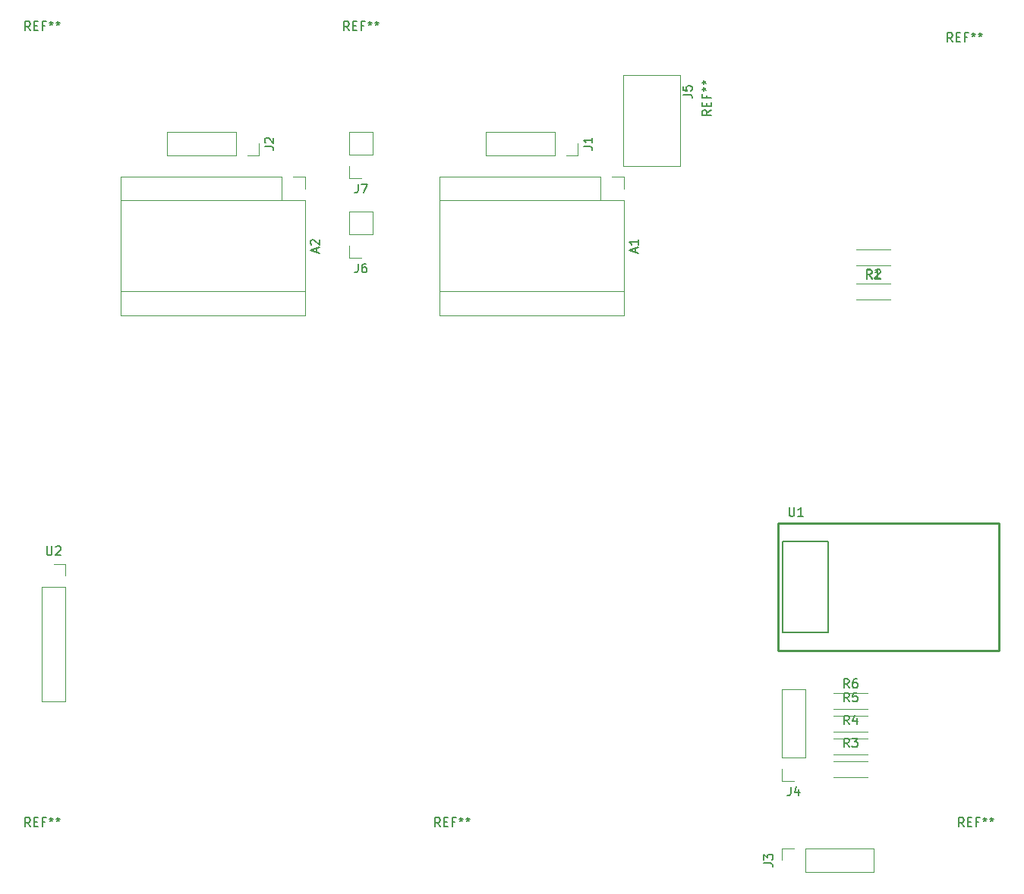
<source format=gbr>
G04 #@! TF.GenerationSoftware,KiCad,Pcbnew,(5.1.5)-3*
G04 #@! TF.CreationDate,2020-02-12T22:03:26+02:00*
G04 #@! TF.ProjectId,PCB,5043422e-6b69-4636-9164-5f7063625858,rev?*
G04 #@! TF.SameCoordinates,Original*
G04 #@! TF.FileFunction,Legend,Top*
G04 #@! TF.FilePolarity,Positive*
%FSLAX46Y46*%
G04 Gerber Fmt 4.6, Leading zero omitted, Abs format (unit mm)*
G04 Created by KiCad (PCBNEW (5.1.5)-3) date 2020-02-12 22:03:26*
%MOMM*%
%LPD*%
G04 APERTURE LIST*
%ADD10C,0.120000*%
%ADD11C,0.254000*%
%ADD12C,0.152400*%
%ADD13C,0.150000*%
G04 APERTURE END LIST*
D10*
X184280000Y-56010000D02*
X184280000Y-43180000D01*
X163700000Y-56010000D02*
X184280000Y-56010000D01*
X163700000Y-40510000D02*
X163700000Y-56010000D01*
X181610000Y-40510000D02*
X163700000Y-40510000D01*
X181610000Y-43180000D02*
X181610000Y-40510000D01*
X184280000Y-43180000D02*
X181610000Y-43180000D01*
X184280000Y-40510000D02*
X182880000Y-40510000D01*
X184280000Y-41910000D02*
X184280000Y-40510000D01*
X181610000Y-43180000D02*
X163700000Y-43180000D01*
X184280000Y-53340000D02*
X163700000Y-53340000D01*
X154940000Y-49590000D02*
X153610000Y-49590000D01*
X153610000Y-49590000D02*
X153610000Y-48260000D01*
X153610000Y-46990000D02*
X153610000Y-44390000D01*
X156270000Y-44390000D02*
X153610000Y-44390000D01*
X156270000Y-46990000D02*
X156270000Y-44390000D01*
X156270000Y-46990000D02*
X153610000Y-46990000D01*
X154940000Y-40700000D02*
X153610000Y-40700000D01*
X153610000Y-40700000D02*
X153610000Y-39370000D01*
X153610000Y-38100000D02*
X153610000Y-35500000D01*
X156270000Y-35500000D02*
X153610000Y-35500000D01*
X156270000Y-38100000D02*
X156270000Y-35500000D01*
X156270000Y-38100000D02*
X153610000Y-38100000D01*
X179130000Y-36830000D02*
X179130000Y-38160000D01*
X179130000Y-38160000D02*
X177800000Y-38160000D01*
X176530000Y-38160000D02*
X168850000Y-38160000D01*
X168850000Y-35500000D02*
X168850000Y-38160000D01*
X176530000Y-35500000D02*
X168850000Y-35500000D01*
X176530000Y-35500000D02*
X176530000Y-38160000D01*
X143570000Y-36830000D02*
X143570000Y-38160000D01*
X143570000Y-38160000D02*
X142240000Y-38160000D01*
X140970000Y-38160000D02*
X133290000Y-38160000D01*
X133290000Y-35500000D02*
X133290000Y-38160000D01*
X140970000Y-35500000D02*
X133290000Y-35500000D01*
X140970000Y-35500000D02*
X140970000Y-38160000D01*
X203200000Y-108010000D02*
X201870000Y-108010000D01*
X201870000Y-108010000D02*
X201870000Y-106680000D01*
X201870000Y-105410000D02*
X201870000Y-97730000D01*
X204530000Y-97730000D02*
X201870000Y-97730000D01*
X204530000Y-105410000D02*
X204530000Y-97730000D01*
X204530000Y-105410000D02*
X201870000Y-105410000D01*
X190500000Y-30480000D02*
X190500000Y-29210000D01*
X190500000Y-38100000D02*
X190500000Y-39370000D01*
X190500000Y-39370000D02*
X184150000Y-39370000D01*
X190500000Y-29210000D02*
X190500000Y-38100000D01*
X184150000Y-29210000D02*
X190500000Y-29210000D01*
X184150000Y-39370000D02*
X184150000Y-29210000D01*
X190500000Y-35560000D02*
X190500000Y-33020000D01*
X190500000Y-33020000D02*
X190500000Y-30480000D01*
X190500000Y-38100000D02*
X190500000Y-35560000D01*
X190500000Y-33020000D02*
X190500000Y-35560000D01*
X207630000Y-102520000D02*
X211470000Y-102520000D01*
X207630000Y-100680000D02*
X211470000Y-100680000D01*
X207630000Y-105060000D02*
X211470000Y-105060000D01*
X207630000Y-103220000D02*
X211470000Y-103220000D01*
X207630000Y-107600000D02*
X211470000Y-107600000D01*
X207630000Y-105760000D02*
X211470000Y-105760000D01*
D11*
X201422000Y-79248000D02*
X226060000Y-79248000D01*
X226060000Y-79248000D02*
X226060000Y-93472000D01*
X226060000Y-93472000D02*
X201422000Y-93472000D01*
X201422000Y-93472000D02*
X201422000Y-79248000D01*
D12*
X204470000Y-81280000D02*
X201930000Y-81280000D01*
X201930000Y-81280000D02*
X201930000Y-83820000D01*
X201930000Y-83820000D02*
X201930000Y-91440000D01*
X201930000Y-91440000D02*
X207010000Y-91440000D01*
X207010000Y-91440000D02*
X207010000Y-81280000D01*
X207010000Y-81280000D02*
X204470000Y-81280000D01*
D10*
X148720000Y-53340000D02*
X128140000Y-53340000D01*
X146050000Y-43180000D02*
X128140000Y-43180000D01*
X148720000Y-41910000D02*
X148720000Y-40510000D01*
X148720000Y-40510000D02*
X147320000Y-40510000D01*
X148720000Y-43180000D02*
X146050000Y-43180000D01*
X146050000Y-43180000D02*
X146050000Y-40510000D01*
X146050000Y-40510000D02*
X128140000Y-40510000D01*
X128140000Y-40510000D02*
X128140000Y-56010000D01*
X128140000Y-56010000D02*
X148720000Y-56010000D01*
X148720000Y-56010000D02*
X148720000Y-43180000D01*
X214010000Y-50450000D02*
X210170000Y-50450000D01*
X214010000Y-48610000D02*
X210170000Y-48610000D01*
X210170000Y-54260000D02*
X214010000Y-54260000D01*
X210170000Y-52420000D02*
X214010000Y-52420000D01*
X207630000Y-99980000D02*
X211470000Y-99980000D01*
X207630000Y-98140000D02*
X211470000Y-98140000D01*
X204470000Y-118170000D02*
X204470000Y-115510000D01*
X204470000Y-118170000D02*
X212150000Y-118170000D01*
X212150000Y-118170000D02*
X212150000Y-115510000D01*
X204470000Y-115510000D02*
X212150000Y-115510000D01*
X201870000Y-115510000D02*
X203200000Y-115510000D01*
X201870000Y-116840000D02*
X201870000Y-115510000D01*
X119320000Y-86360000D02*
X121980000Y-86360000D01*
X119320000Y-86360000D02*
X119320000Y-99120000D01*
X119320000Y-99120000D02*
X121980000Y-99120000D01*
X121980000Y-86360000D02*
X121980000Y-99120000D01*
X121980000Y-83760000D02*
X121980000Y-85090000D01*
X120650000Y-83760000D02*
X121980000Y-83760000D01*
D13*
X220916666Y-25462380D02*
X220583333Y-24986190D01*
X220345238Y-25462380D02*
X220345238Y-24462380D01*
X220726190Y-24462380D01*
X220821428Y-24510000D01*
X220869047Y-24557619D01*
X220916666Y-24652857D01*
X220916666Y-24795714D01*
X220869047Y-24890952D01*
X220821428Y-24938571D01*
X220726190Y-24986190D01*
X220345238Y-24986190D01*
X221345238Y-24938571D02*
X221678571Y-24938571D01*
X221821428Y-25462380D02*
X221345238Y-25462380D01*
X221345238Y-24462380D01*
X221821428Y-24462380D01*
X222583333Y-24938571D02*
X222250000Y-24938571D01*
X222250000Y-25462380D02*
X222250000Y-24462380D01*
X222726190Y-24462380D01*
X223250000Y-24462380D02*
X223250000Y-24700476D01*
X223011904Y-24605238D02*
X223250000Y-24700476D01*
X223488095Y-24605238D01*
X223107142Y-24890952D02*
X223250000Y-24700476D01*
X223392857Y-24890952D01*
X224011904Y-24462380D02*
X224011904Y-24700476D01*
X223773809Y-24605238D02*
X224011904Y-24700476D01*
X224250000Y-24605238D01*
X223869047Y-24890952D02*
X224011904Y-24700476D01*
X224154761Y-24890952D01*
X153606666Y-24192380D02*
X153273333Y-23716190D01*
X153035238Y-24192380D02*
X153035238Y-23192380D01*
X153416190Y-23192380D01*
X153511428Y-23240000D01*
X153559047Y-23287619D01*
X153606666Y-23382857D01*
X153606666Y-23525714D01*
X153559047Y-23620952D01*
X153511428Y-23668571D01*
X153416190Y-23716190D01*
X153035238Y-23716190D01*
X154035238Y-23668571D02*
X154368571Y-23668571D01*
X154511428Y-24192380D02*
X154035238Y-24192380D01*
X154035238Y-23192380D01*
X154511428Y-23192380D01*
X155273333Y-23668571D02*
X154940000Y-23668571D01*
X154940000Y-24192380D02*
X154940000Y-23192380D01*
X155416190Y-23192380D01*
X155940000Y-23192380D02*
X155940000Y-23430476D01*
X155701904Y-23335238D02*
X155940000Y-23430476D01*
X156178095Y-23335238D01*
X155797142Y-23620952D02*
X155940000Y-23430476D01*
X156082857Y-23620952D01*
X156701904Y-23192380D02*
X156701904Y-23430476D01*
X156463809Y-23335238D02*
X156701904Y-23430476D01*
X156940000Y-23335238D01*
X156559047Y-23620952D02*
X156701904Y-23430476D01*
X156844761Y-23620952D01*
X118046666Y-24192380D02*
X117713333Y-23716190D01*
X117475238Y-24192380D02*
X117475238Y-23192380D01*
X117856190Y-23192380D01*
X117951428Y-23240000D01*
X117999047Y-23287619D01*
X118046666Y-23382857D01*
X118046666Y-23525714D01*
X117999047Y-23620952D01*
X117951428Y-23668571D01*
X117856190Y-23716190D01*
X117475238Y-23716190D01*
X118475238Y-23668571D02*
X118808571Y-23668571D01*
X118951428Y-24192380D02*
X118475238Y-24192380D01*
X118475238Y-23192380D01*
X118951428Y-23192380D01*
X119713333Y-23668571D02*
X119380000Y-23668571D01*
X119380000Y-24192380D02*
X119380000Y-23192380D01*
X119856190Y-23192380D01*
X120380000Y-23192380D02*
X120380000Y-23430476D01*
X120141904Y-23335238D02*
X120380000Y-23430476D01*
X120618095Y-23335238D01*
X120237142Y-23620952D02*
X120380000Y-23430476D01*
X120522857Y-23620952D01*
X121141904Y-23192380D02*
X121141904Y-23430476D01*
X120903809Y-23335238D02*
X121141904Y-23430476D01*
X121380000Y-23335238D01*
X120999047Y-23620952D02*
X121141904Y-23430476D01*
X121284761Y-23620952D01*
X163766666Y-113092380D02*
X163433333Y-112616190D01*
X163195238Y-113092380D02*
X163195238Y-112092380D01*
X163576190Y-112092380D01*
X163671428Y-112140000D01*
X163719047Y-112187619D01*
X163766666Y-112282857D01*
X163766666Y-112425714D01*
X163719047Y-112520952D01*
X163671428Y-112568571D01*
X163576190Y-112616190D01*
X163195238Y-112616190D01*
X164195238Y-112568571D02*
X164528571Y-112568571D01*
X164671428Y-113092380D02*
X164195238Y-113092380D01*
X164195238Y-112092380D01*
X164671428Y-112092380D01*
X165433333Y-112568571D02*
X165100000Y-112568571D01*
X165100000Y-113092380D02*
X165100000Y-112092380D01*
X165576190Y-112092380D01*
X166100000Y-112092380D02*
X166100000Y-112330476D01*
X165861904Y-112235238D02*
X166100000Y-112330476D01*
X166338095Y-112235238D01*
X165957142Y-112520952D02*
X166100000Y-112330476D01*
X166242857Y-112520952D01*
X166861904Y-112092380D02*
X166861904Y-112330476D01*
X166623809Y-112235238D02*
X166861904Y-112330476D01*
X167100000Y-112235238D01*
X166719047Y-112520952D02*
X166861904Y-112330476D01*
X167004761Y-112520952D01*
X118046666Y-113092380D02*
X117713333Y-112616190D01*
X117475238Y-113092380D02*
X117475238Y-112092380D01*
X117856190Y-112092380D01*
X117951428Y-112140000D01*
X117999047Y-112187619D01*
X118046666Y-112282857D01*
X118046666Y-112425714D01*
X117999047Y-112520952D01*
X117951428Y-112568571D01*
X117856190Y-112616190D01*
X117475238Y-112616190D01*
X118475238Y-112568571D02*
X118808571Y-112568571D01*
X118951428Y-113092380D02*
X118475238Y-113092380D01*
X118475238Y-112092380D01*
X118951428Y-112092380D01*
X119713333Y-112568571D02*
X119380000Y-112568571D01*
X119380000Y-113092380D02*
X119380000Y-112092380D01*
X119856190Y-112092380D01*
X120380000Y-112092380D02*
X120380000Y-112330476D01*
X120141904Y-112235238D02*
X120380000Y-112330476D01*
X120618095Y-112235238D01*
X120237142Y-112520952D02*
X120380000Y-112330476D01*
X120522857Y-112520952D01*
X121141904Y-112092380D02*
X121141904Y-112330476D01*
X120903809Y-112235238D02*
X121141904Y-112330476D01*
X121380000Y-112235238D01*
X120999047Y-112520952D02*
X121141904Y-112330476D01*
X121284761Y-112520952D01*
X222186666Y-113092380D02*
X221853333Y-112616190D01*
X221615238Y-113092380D02*
X221615238Y-112092380D01*
X221996190Y-112092380D01*
X222091428Y-112140000D01*
X222139047Y-112187619D01*
X222186666Y-112282857D01*
X222186666Y-112425714D01*
X222139047Y-112520952D01*
X222091428Y-112568571D01*
X221996190Y-112616190D01*
X221615238Y-112616190D01*
X222615238Y-112568571D02*
X222948571Y-112568571D01*
X223091428Y-113092380D02*
X222615238Y-113092380D01*
X222615238Y-112092380D01*
X223091428Y-112092380D01*
X223853333Y-112568571D02*
X223520000Y-112568571D01*
X223520000Y-113092380D02*
X223520000Y-112092380D01*
X223996190Y-112092380D01*
X224520000Y-112092380D02*
X224520000Y-112330476D01*
X224281904Y-112235238D02*
X224520000Y-112330476D01*
X224758095Y-112235238D01*
X224377142Y-112520952D02*
X224520000Y-112330476D01*
X224662857Y-112520952D01*
X225281904Y-112092380D02*
X225281904Y-112330476D01*
X225043809Y-112235238D02*
X225281904Y-112330476D01*
X225520000Y-112235238D01*
X225139047Y-112520952D02*
X225281904Y-112330476D01*
X225424761Y-112520952D01*
X185586666Y-48974285D02*
X185586666Y-48498095D01*
X185872380Y-49069523D02*
X184872380Y-48736190D01*
X185872380Y-48402857D01*
X185872380Y-47545714D02*
X185872380Y-48117142D01*
X185872380Y-47831428D02*
X184872380Y-47831428D01*
X185015238Y-47926666D01*
X185110476Y-48021904D01*
X185158095Y-48117142D01*
X154606666Y-50212380D02*
X154606666Y-50926666D01*
X154559047Y-51069523D01*
X154463809Y-51164761D01*
X154320952Y-51212380D01*
X154225714Y-51212380D01*
X155511428Y-50212380D02*
X155320952Y-50212380D01*
X155225714Y-50260000D01*
X155178095Y-50307619D01*
X155082857Y-50450476D01*
X155035238Y-50640952D01*
X155035238Y-51021904D01*
X155082857Y-51117142D01*
X155130476Y-51164761D01*
X155225714Y-51212380D01*
X155416190Y-51212380D01*
X155511428Y-51164761D01*
X155559047Y-51117142D01*
X155606666Y-51021904D01*
X155606666Y-50783809D01*
X155559047Y-50688571D01*
X155511428Y-50640952D01*
X155416190Y-50593333D01*
X155225714Y-50593333D01*
X155130476Y-50640952D01*
X155082857Y-50688571D01*
X155035238Y-50783809D01*
X154606666Y-41322380D02*
X154606666Y-42036666D01*
X154559047Y-42179523D01*
X154463809Y-42274761D01*
X154320952Y-42322380D01*
X154225714Y-42322380D01*
X154987619Y-41322380D02*
X155654285Y-41322380D01*
X155225714Y-42322380D01*
X179752380Y-37163333D02*
X180466666Y-37163333D01*
X180609523Y-37210952D01*
X180704761Y-37306190D01*
X180752380Y-37449047D01*
X180752380Y-37544285D01*
X180752380Y-36163333D02*
X180752380Y-36734761D01*
X180752380Y-36449047D02*
X179752380Y-36449047D01*
X179895238Y-36544285D01*
X179990476Y-36639523D01*
X180038095Y-36734761D01*
X144192380Y-37163333D02*
X144906666Y-37163333D01*
X145049523Y-37210952D01*
X145144761Y-37306190D01*
X145192380Y-37449047D01*
X145192380Y-37544285D01*
X144287619Y-36734761D02*
X144240000Y-36687142D01*
X144192380Y-36591904D01*
X144192380Y-36353809D01*
X144240000Y-36258571D01*
X144287619Y-36210952D01*
X144382857Y-36163333D01*
X144478095Y-36163333D01*
X144620952Y-36210952D01*
X145192380Y-36782380D01*
X145192380Y-36163333D01*
X202866666Y-108632380D02*
X202866666Y-109346666D01*
X202819047Y-109489523D01*
X202723809Y-109584761D01*
X202580952Y-109632380D01*
X202485714Y-109632380D01*
X203771428Y-108965714D02*
X203771428Y-109632380D01*
X203533333Y-108584761D02*
X203295238Y-109299047D01*
X203914285Y-109299047D01*
X190862380Y-31353333D02*
X191576666Y-31353333D01*
X191719523Y-31400952D01*
X191814761Y-31496190D01*
X191862380Y-31639047D01*
X191862380Y-31734285D01*
X190862380Y-30400952D02*
X190862380Y-30877142D01*
X191338571Y-30924761D01*
X191290952Y-30877142D01*
X191243333Y-30781904D01*
X191243333Y-30543809D01*
X191290952Y-30448571D01*
X191338571Y-30400952D01*
X191433809Y-30353333D01*
X191671904Y-30353333D01*
X191767142Y-30400952D01*
X191814761Y-30448571D01*
X191862380Y-30543809D01*
X191862380Y-30781904D01*
X191814761Y-30877142D01*
X191767142Y-30924761D01*
X193992380Y-33083333D02*
X193516190Y-33416666D01*
X193992380Y-33654761D02*
X192992380Y-33654761D01*
X192992380Y-33273809D01*
X193040000Y-33178571D01*
X193087619Y-33130952D01*
X193182857Y-33083333D01*
X193325714Y-33083333D01*
X193420952Y-33130952D01*
X193468571Y-33178571D01*
X193516190Y-33273809D01*
X193516190Y-33654761D01*
X193468571Y-32654761D02*
X193468571Y-32321428D01*
X193992380Y-32178571D02*
X193992380Y-32654761D01*
X192992380Y-32654761D01*
X192992380Y-32178571D01*
X193468571Y-31416666D02*
X193468571Y-31750000D01*
X193992380Y-31750000D02*
X192992380Y-31750000D01*
X192992380Y-31273809D01*
X192992380Y-30750000D02*
X193230476Y-30750000D01*
X193135238Y-30988095D02*
X193230476Y-30750000D01*
X193135238Y-30511904D01*
X193420952Y-30892857D02*
X193230476Y-30750000D01*
X193420952Y-30607142D01*
X192992380Y-29988095D02*
X193230476Y-29988095D01*
X193135238Y-30226190D02*
X193230476Y-29988095D01*
X193135238Y-29750000D01*
X193420952Y-30130952D02*
X193230476Y-29988095D01*
X193420952Y-29845238D01*
X209383333Y-99132380D02*
X209050000Y-98656190D01*
X208811904Y-99132380D02*
X208811904Y-98132380D01*
X209192857Y-98132380D01*
X209288095Y-98180000D01*
X209335714Y-98227619D01*
X209383333Y-98322857D01*
X209383333Y-98465714D01*
X209335714Y-98560952D01*
X209288095Y-98608571D01*
X209192857Y-98656190D01*
X208811904Y-98656190D01*
X210288095Y-98132380D02*
X209811904Y-98132380D01*
X209764285Y-98608571D01*
X209811904Y-98560952D01*
X209907142Y-98513333D01*
X210145238Y-98513333D01*
X210240476Y-98560952D01*
X210288095Y-98608571D01*
X210335714Y-98703809D01*
X210335714Y-98941904D01*
X210288095Y-99037142D01*
X210240476Y-99084761D01*
X210145238Y-99132380D01*
X209907142Y-99132380D01*
X209811904Y-99084761D01*
X209764285Y-99037142D01*
X209383333Y-101672380D02*
X209050000Y-101196190D01*
X208811904Y-101672380D02*
X208811904Y-100672380D01*
X209192857Y-100672380D01*
X209288095Y-100720000D01*
X209335714Y-100767619D01*
X209383333Y-100862857D01*
X209383333Y-101005714D01*
X209335714Y-101100952D01*
X209288095Y-101148571D01*
X209192857Y-101196190D01*
X208811904Y-101196190D01*
X210240476Y-101005714D02*
X210240476Y-101672380D01*
X210002380Y-100624761D02*
X209764285Y-101339047D01*
X210383333Y-101339047D01*
X209383333Y-104212380D02*
X209050000Y-103736190D01*
X208811904Y-104212380D02*
X208811904Y-103212380D01*
X209192857Y-103212380D01*
X209288095Y-103260000D01*
X209335714Y-103307619D01*
X209383333Y-103402857D01*
X209383333Y-103545714D01*
X209335714Y-103640952D01*
X209288095Y-103688571D01*
X209192857Y-103736190D01*
X208811904Y-103736190D01*
X209716666Y-103212380D02*
X210335714Y-103212380D01*
X210002380Y-103593333D01*
X210145238Y-103593333D01*
X210240476Y-103640952D01*
X210288095Y-103688571D01*
X210335714Y-103783809D01*
X210335714Y-104021904D01*
X210288095Y-104117142D01*
X210240476Y-104164761D01*
X210145238Y-104212380D01*
X209859523Y-104212380D01*
X209764285Y-104164761D01*
X209716666Y-104117142D01*
X202692095Y-77430380D02*
X202692095Y-78239904D01*
X202739714Y-78335142D01*
X202787333Y-78382761D01*
X202882571Y-78430380D01*
X203073047Y-78430380D01*
X203168285Y-78382761D01*
X203215904Y-78335142D01*
X203263523Y-78239904D01*
X203263523Y-77430380D01*
X204263523Y-78430380D02*
X203692095Y-78430380D01*
X203977809Y-78430380D02*
X203977809Y-77430380D01*
X203882571Y-77573238D01*
X203787333Y-77668476D01*
X203692095Y-77716095D01*
X150026666Y-48974285D02*
X150026666Y-48498095D01*
X150312380Y-49069523D02*
X149312380Y-48736190D01*
X150312380Y-48402857D01*
X149407619Y-48117142D02*
X149360000Y-48069523D01*
X149312380Y-47974285D01*
X149312380Y-47736190D01*
X149360000Y-47640952D01*
X149407619Y-47593333D01*
X149502857Y-47545714D01*
X149598095Y-47545714D01*
X149740952Y-47593333D01*
X150312380Y-48164761D01*
X150312380Y-47545714D01*
X211923333Y-51902380D02*
X211590000Y-51426190D01*
X211351904Y-51902380D02*
X211351904Y-50902380D01*
X211732857Y-50902380D01*
X211828095Y-50950000D01*
X211875714Y-50997619D01*
X211923333Y-51092857D01*
X211923333Y-51235714D01*
X211875714Y-51330952D01*
X211828095Y-51378571D01*
X211732857Y-51426190D01*
X211351904Y-51426190D01*
X212875714Y-51902380D02*
X212304285Y-51902380D01*
X212590000Y-51902380D02*
X212590000Y-50902380D01*
X212494761Y-51045238D01*
X212399523Y-51140476D01*
X212304285Y-51188095D01*
X211923333Y-51872380D02*
X211590000Y-51396190D01*
X211351904Y-51872380D02*
X211351904Y-50872380D01*
X211732857Y-50872380D01*
X211828095Y-50920000D01*
X211875714Y-50967619D01*
X211923333Y-51062857D01*
X211923333Y-51205714D01*
X211875714Y-51300952D01*
X211828095Y-51348571D01*
X211732857Y-51396190D01*
X211351904Y-51396190D01*
X212304285Y-50967619D02*
X212351904Y-50920000D01*
X212447142Y-50872380D01*
X212685238Y-50872380D01*
X212780476Y-50920000D01*
X212828095Y-50967619D01*
X212875714Y-51062857D01*
X212875714Y-51158095D01*
X212828095Y-51300952D01*
X212256666Y-51872380D01*
X212875714Y-51872380D01*
X209383333Y-97592380D02*
X209050000Y-97116190D01*
X208811904Y-97592380D02*
X208811904Y-96592380D01*
X209192857Y-96592380D01*
X209288095Y-96640000D01*
X209335714Y-96687619D01*
X209383333Y-96782857D01*
X209383333Y-96925714D01*
X209335714Y-97020952D01*
X209288095Y-97068571D01*
X209192857Y-97116190D01*
X208811904Y-97116190D01*
X210240476Y-96592380D02*
X210050000Y-96592380D01*
X209954761Y-96640000D01*
X209907142Y-96687619D01*
X209811904Y-96830476D01*
X209764285Y-97020952D01*
X209764285Y-97401904D01*
X209811904Y-97497142D01*
X209859523Y-97544761D01*
X209954761Y-97592380D01*
X210145238Y-97592380D01*
X210240476Y-97544761D01*
X210288095Y-97497142D01*
X210335714Y-97401904D01*
X210335714Y-97163809D01*
X210288095Y-97068571D01*
X210240476Y-97020952D01*
X210145238Y-96973333D01*
X209954761Y-96973333D01*
X209859523Y-97020952D01*
X209811904Y-97068571D01*
X209764285Y-97163809D01*
X199882380Y-117173333D02*
X200596666Y-117173333D01*
X200739523Y-117220952D01*
X200834761Y-117316190D01*
X200882380Y-117459047D01*
X200882380Y-117554285D01*
X199882380Y-116792380D02*
X199882380Y-116173333D01*
X200263333Y-116506666D01*
X200263333Y-116363809D01*
X200310952Y-116268571D01*
X200358571Y-116220952D01*
X200453809Y-116173333D01*
X200691904Y-116173333D01*
X200787142Y-116220952D01*
X200834761Y-116268571D01*
X200882380Y-116363809D01*
X200882380Y-116649523D01*
X200834761Y-116744761D01*
X200787142Y-116792380D01*
X119888095Y-81772380D02*
X119888095Y-82581904D01*
X119935714Y-82677142D01*
X119983333Y-82724761D01*
X120078571Y-82772380D01*
X120269047Y-82772380D01*
X120364285Y-82724761D01*
X120411904Y-82677142D01*
X120459523Y-82581904D01*
X120459523Y-81772380D01*
X120888095Y-81867619D02*
X120935714Y-81820000D01*
X121030952Y-81772380D01*
X121269047Y-81772380D01*
X121364285Y-81820000D01*
X121411904Y-81867619D01*
X121459523Y-81962857D01*
X121459523Y-82058095D01*
X121411904Y-82200952D01*
X120840476Y-82772380D01*
X121459523Y-82772380D01*
M02*

</source>
